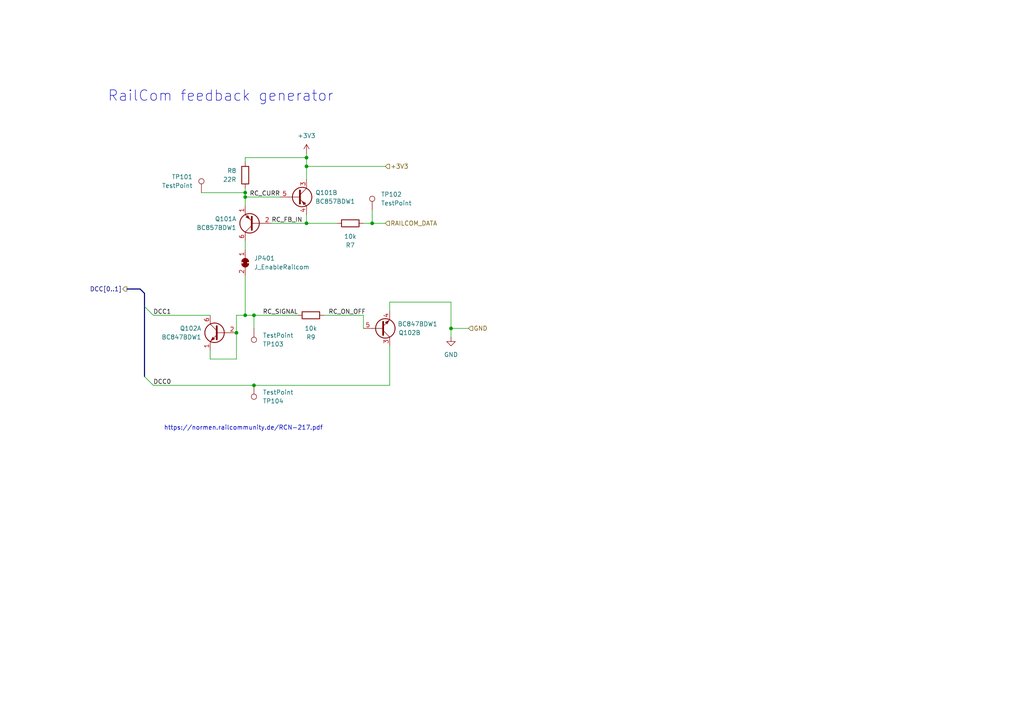
<source format=kicad_sch>
(kicad_sch (version 20231120) (generator "eeschema") (generator_version "7.99")
  (paper "A4")
  (lib_symbols
    (symbol "Connector:TestPoint" (pin_numbers hide) (pin_names (offset 0.762) hide)
      (property "Reference" "TP" (at 0 6.858 0))
      (property "Value" "TestPoint" (at 0 5.08 0))
      (symbol "TestPoint_0_1"
        (circle (center 0 3.302) (radius 0.762))
      )
      (symbol "TestPoint_1_1"
        (pin passive line (at 0 0 90) (length 2.54) (name "1") (number "1"))
      )
    )
    (symbol "Device:R" (pin_numbers hide) (pin_names (offset 0))
      (property "Reference" "R" (at 2.032 0 90))
      (property "Value" "R" (at 0 0 90))
      (symbol "R_0_1"
        (rectangle (start -1.016 -2.54) (end 1.016 2.54) (stroke (width 0.254)))
      )
      (symbol "R_1_1"
        (pin passive line (at 0 3.81 270) (length 1.27) (name "~") (number "1"))
        (pin passive line (at 0 -3.81 90) (length 1.27) (name "~") (number "2"))
      )
    )
    (symbol "Jumper:SolderJumper_2_Bridged" (pin_names (offset 0) hide)
      (property "Reference" "JP" (at 0 2.032 0))
      (property "Value" "SolderJumper_2_Bridged" (at 0 -2.54 0))
      (symbol "SolderJumper_2_Bridged_0_1"
        (rectangle (start -0.508 0.508) (end 0.508 -0.508) (fill (type outline)))
        (arc (start -0.254 1.016) (mid -1.2656 0) (end -0.254 -1.016))
        (arc (start -0.254 1.016) (mid -1.2656 0) (end -0.254 -1.016) (fill (type outline)))
        (polyline (pts (xy -0.254 1.016) (xy -0.254 -1.016)))
        (polyline (pts (xy 0.254 1.016) (xy 0.254 -1.016)))
        (arc (start 0.254 -1.016) (mid 1.2656 0) (end 0.254 1.016))
        (arc (start 0.254 -1.016) (mid 1.2656 0) (end 0.254 1.016) (fill (type outline)))
      )
      (symbol "SolderJumper_2_Bridged_1_1"
        (pin passive line (at -3.81 0 0) (length 2.54) (name "A") (number "1"))
        (pin passive line (at 3.81 0 180) (length 2.54) (name "B") (number "2"))
      )
    )
    (symbol "Transistor_BJT:BC847BDW1" (pin_names (offset 0) hide)
      (property "Reference" "Q" (at 5.08 1.27 0))
      (property "Value" "BC847BDW1" (at 5.08 -1.27 0))
      (symbol "BC847BDW1_0_1"
        (polyline (pts (xy 0.635 0) (xy -2.54 0)))
        (polyline (pts (xy 0.635 0.635) (xy 2.54 2.54)))
        (polyline (pts (xy 0.635 -0.635) (xy 2.54 -2.54) (xy 2.54 -2.54)))
        (polyline (pts (xy 0.635 1.905) (xy 0.635 -1.905) (xy 0.635 -1.905)) (stroke (width 0.508)))
        (polyline (pts (xy 1.27 -1.778) (xy 1.778 -1.27) (xy 2.286 -2.286) (xy 1.27 -1.778) (xy 1.27 -1.778)) (fill (type outline)))
        (circle (center 1.27 0) (radius 2.8194) (stroke (width 0.254)))
      )
      (symbol "BC847BDW1_1_1"
        (pin passive line (at 2.54 -5.08 90) (length 2.54) (name "E1") (number "1"))
        (pin input line (at -5.08 0 0) (length 2.54) (name "B1") (number "2"))
        (pin passive line (at 2.54 5.08 270) (length 2.54) (name "C1") (number "6"))
      )
      (symbol "BC847BDW1_2_1"
        (pin passive line (at 2.54 5.08 270) (length 2.54) (name "C2") (number "3"))
        (pin passive line (at 2.54 -5.08 90) (length 2.54) (name "E2") (number "4"))
        (pin input line (at -5.08 0 0) (length 2.54) (name "B2") (number "5"))
      )
    )
    (symbol "Transistor_BJT:BC857BDW1" (pin_names (offset 0) hide)
      (property "Reference" "Q" (at 5.08 1.27 0))
      (property "Value" "BC857BDW1" (at 5.08 -1.27 0))
      (symbol "BC857BDW1_0_1"
        (polyline (pts (xy 0.635 0) (xy -2.54 0)))
        (polyline (pts (xy 0.635 0.635) (xy 2.54 2.54)))
        (polyline (pts (xy 0.635 -0.635) (xy 2.54 -2.54) (xy 2.54 -2.54)))
        (polyline (pts (xy 0.635 1.905) (xy 0.635 -1.905) (xy 0.635 -1.905)) (stroke (width 0.508)))
        (polyline (pts (xy 2.286 -1.778) (xy 1.778 -2.286) (xy 1.27 -1.27) (xy 2.286 -1.778) (xy 2.286 -1.778)) (fill (type outline)))
        (circle (center 1.27 0) (radius 2.8194) (stroke (width 0.254)))
      )
      (symbol "BC857BDW1_1_1"
        (pin passive line (at 2.54 -5.08 90) (length 2.54) (name "E1") (number "1"))
        (pin input line (at -5.08 0 0) (length 2.54) (name "B1") (number "2"))
        (pin passive line (at 2.54 5.08 270) (length 2.54) (name "C1") (number "6"))
      )
      (symbol "BC857BDW1_2_1"
        (pin passive line (at 2.54 5.08 270) (length 2.54) (name "C2") (number "3"))
        (pin passive line (at 2.54 -5.08 90) (length 2.54) (name "E2") (number "4"))
        (pin input line (at -5.08 0 0) (length 2.54) (name "B2") (number "5"))
      )
    )
    (symbol "power:+5V" (power) (pin_names (offset 0))
      (property "Value" "+5V" (at 0 3.556 0))
      (symbol "+5V_0_1"
        (polyline (pts (xy -0.762 1.27) (xy 0 2.54)))
        (polyline (pts (xy 0 0) (xy 0 2.54)))
        (polyline (pts (xy 0 2.54) (xy 0.762 1.27)))
      )
      (symbol "+5V_1_1"
        (pin power_in line (at 0 0 90) (length 0) hide (name "+5V") (number "1"))
      )
    )
    (symbol "power:GND" (power) (pin_names (offset 0))
      (property "Value" "GND" (at 0 -3.81 0))
      (symbol "GND_0_1"
        (polyline (pts (xy 0 0) (xy 0 -1.27) (xy 1.27 -1.27) (xy 0 -2.54) (xy -1.27 -1.27) (xy 0 -1.27)))
      )
      (symbol "GND_1_1"
        (pin power_in line (at 0 0 270) (length 0) hide (name "GND") (number "1"))
      )
    )
  )
  (junction (at 71.12 91.44))
  (junction (at 130.81 95.25))
  (junction (at 88.9 45.72))
  (junction (at 73.66 91.44))
  (junction (at 107.95 64.77))
  (junction (at 73.66 111.76))
  (junction (at 88.9 64.77))
  (junction (at 68.58 96.52))
  (junction (at 71.12 55.88))
  (junction (at 88.9 48.26))
  (junction (at 71.12 57.15))
  (bus_entry (at 41.91 109.22) (size 2.54 2.54))
  (bus_entry (at 41.91 88.9) (size 2.54 2.54))
  (bus (pts (xy 41.91 88.9) (xy 41.91 109.22)))
  (wire (pts (xy 44.45 91.44) (xy 60.96 91.44)))
  (wire (pts (xy 88.9 64.77) (xy 88.9 62.23)))
  (wire (pts (xy 130.81 87.63) (xy 130.81 95.25)))
  (wire (pts (xy 130.81 95.25) (xy 130.81 97.79)))
  (wire (pts (xy 44.45 111.76) (xy 73.66 111.76)))
  (bus (pts (xy 41.91 85.09) (xy 41.91 88.9)))
  (wire (pts (xy 135.89 95.25) (xy 130.81 95.25)))
  (wire (pts (xy 68.58 91.44) (xy 68.58 96.52)))
  (wire (pts (xy 71.12 59.69) (xy 71.12 57.15)))
  (wire (pts (xy 71.12 91.44) (xy 73.66 91.44)))
  (wire (pts (xy 88.9 44.45) (xy 88.9 45.72)))
  (wire (pts (xy 73.66 111.76) (xy 113.03 111.76)))
  (wire (pts (xy 88.9 48.26) (xy 88.9 52.07)))
  (wire (pts (xy 73.66 91.44) (xy 73.66 95.25)))
  (wire (pts (xy 113.03 87.63) (xy 113.03 90.17)))
  (wire (pts (xy 71.12 69.85) (xy 71.12 72.39)))
  (wire (pts (xy 71.12 54.61) (xy 71.12 55.88)))
  (wire (pts (xy 73.66 91.44) (xy 86.36 91.44)))
  (wire (pts (xy 68.58 96.52) (xy 68.58 104.14)))
  (wire (pts (xy 107.95 60.96) (xy 107.95 64.77)))
  (wire (pts (xy 113.03 87.63) (xy 130.81 87.63)))
  (bus (pts (xy 40.64 83.82) (xy 41.91 85.09)))
  (wire (pts (xy 60.96 104.14) (xy 60.96 101.6)))
  (wire (pts (xy 93.98 91.44) (xy 105.41 91.44)))
  (wire (pts (xy 58.42 55.88) (xy 71.12 55.88)))
  (wire (pts (xy 88.9 45.72) (xy 71.12 45.72)))
  (wire (pts (xy 105.41 64.77) (xy 107.95 64.77)))
  (wire (pts (xy 88.9 48.26) (xy 111.76 48.26)))
  (wire (pts (xy 97.79 64.77) (xy 88.9 64.77)))
  (bus (pts (xy 36.83 83.82) (xy 40.64 83.82)))
  (wire (pts (xy 71.12 55.88) (xy 71.12 57.15)))
  (wire (pts (xy 71.12 57.15) (xy 81.28 57.15)))
  (wire (pts (xy 113.03 111.76) (xy 113.03 100.33)))
  (wire (pts (xy 68.58 91.44) (xy 71.12 91.44)))
  (wire (pts (xy 71.12 80.01) (xy 71.12 91.44)))
  (wire (pts (xy 78.74 64.77) (xy 88.9 64.77)))
  (wire (pts (xy 88.9 48.26) (xy 88.9 45.72)))
  (wire (pts (xy 107.95 64.77) (xy 111.76 64.77)))
  (wire (pts (xy 71.12 45.72) (xy 71.12 46.99)))
  (wire (pts (xy 68.58 104.14) (xy 60.96 104.14)))
  (wire (pts (xy 105.41 91.44) (xy 105.41 95.25)))
  (text "https://normen.railcommunity.de/RCN-217.pdf" (at 70.612 124.206 0) (effects (font (size 1.27 1.27))))
  (text "RailCom feedback generator" (at 64.008 27.94 0) (effects (font (size 3.048 3.048))))
  (label "DCC0" (at 44.45 111.76 0))
  (label "RC_CURR" (at 72.39 57.15 0))
  (label "RC_FB_IN" (at 78.74 64.77 0))
  (label "DCC1" (at 44.45 91.44 0))
  (label "RC_SIGNAL" (at 76.2 91.44 0))
  (label "RC_ON_OFF" (at 95.25 91.44 0))
  (hierarchical_label "DCC[0..1]" (shape output) (at 36.83 83.82 180))
  (hierarchical_label "+3V3" (shape input) (at 111.76 48.26 0))
  (hierarchical_label "RAILCOM_DATA" (shape input) (at 111.76 64.77 0))
  (hierarchical_label "GND" (shape input) (at 135.89 95.25 0))
  (symbol (lib_id "Connector:TestPoint") (at 107.95 60.96 0) (unit 1)
    (property "Reference" "TP102" (at 110.49 56.3879 0) (effects (justify left)))
    (property "Value" "TestPoint" (at 110.49 58.9279 0) (effects (justify left)))
    (property "Footprint" "TestPoint:TestPoint_Pad_D2.0mm" (effects (hide yes)))
    (property "Description" "test point" (effects (hide yes)))
  )
  (symbol (lib_id "Transistor_BJT:BC857BDW1") (at 86.36 57.15 0) (unit 2)
    (property "Reference" "Q101" (at 91.44 55.8799 0) (effects (justify left)))
    (property "Value" "BC857BDW1" (at 91.44 58.4199 0) (effects (justify left)))
    (property "Footprint" "Package_TO_SOT_SMD:SOT-363_SC-70-6" (effects (hide yes)))
    (property "Datasheet" "http://www.onsemi.com/pub_link/Collateral/BC856BDW1T1-D.PDF" (effects (hide yes)))
    (property "Description" "100mA IC, 45V Vce, Dual PNP/PNP Transistors, SOT-363" (effects (hide yes)))
  )
  (symbol (lib_id "Transistor_BJT:BC857BDW1") (at 73.66 64.77 180) (unit 1)
    (property "Reference" "Q101" (at 68.58 63.4999 0) (effects (justify left)))
    (property "Value" "BC857BDW1" (at 68.58 66.0399 0) (effects (justify left)))
    (property "Footprint" "Package_TO_SOT_SMD:SOT-363_SC-70-6" (effects (hide yes)))
    (property "Datasheet" "http://www.onsemi.com/pub_link/Collateral/BC856BDW1T1-D.PDF" (effects (hide yes)))
    (property "Description" "100mA IC, 45V Vce, Dual PNP/PNP Transistors, SOT-363" (effects (hide yes)))
  )
  (symbol (lib_id "power:GND") (at 130.81 97.79 0) (unit 1)
    (property "Reference" "#PWR0101" (effects (hide yes)))
    (property "Value" "GND" (at 130.81 102.87 0))
    (property "Description" "Power symbol creates a global label with name \"GND\" , ground" (effects (hide yes)))
  )
  (symbol (lib_id "Connector:TestPoint") (at 58.42 55.88 0) (mirror y) (unit 1)
    (property "Reference" "TP101" (at 55.88 51.3079 0) (effects (justify left)))
    (property "Value" "TestPoint" (at 55.88 53.8479 0) (effects (justify left)))
    (property "Footprint" "TestPoint:TestPoint_Pad_D2.0mm" (effects (hide yes)))
    (property "Description" "test point" (effects (hide yes)))
  )
  (symbol (lib_id "Transistor_BJT:BC847BDW1") (at 110.49 95.25 0) (mirror x) (unit 2)
    (property "Reference" "Q102" (at 115.57 96.5201 0) (effects (justify left)))
    (property "Value" "BC847BDW1" (at 115.316 93.98 0) (effects (justify left)))
    (property "Footprint" "Package_TO_SOT_SMD:SOT-363_SC-70-6" (effects (hide yes)))
    (property "Datasheet" "http://www.onsemi.com/pub_link/Collateral/BC846BDW1T1-D.PDF" (effects (hide yes)))
    (property "Description" "100mA IC, 45V Vce, Dual NPN/NPN Transistors, SOT-363" (effects (hide yes)))
  )
  (symbol (lib_id "Device:R") (at 101.6 64.77 90) (mirror x) (unit 1)
    (property "Reference" "R7" (at 101.6 71.12 90))
    (property "Value" "10k" (at 101.6 68.58 90))
    (property "Footprint" "Resistor_SMD:R_0805_2012Metric_Pad1.20x1.40mm_HandSolder" (effects (hide yes)))
    (property "Description" "Resistor" (effects (hide yes)))
    (property "LCSC" "C25744" (effects (hide yes)))
  )
  (symbol (lib_id "Connector:TestPoint") (at 73.66 111.76 0) (mirror x) (unit 1)
    (property "Reference" "TP104" (at 76.2 116.3321 0) (effects (justify left)))
    (property "Value" "TestPoint" (at 76.2 113.7921 0) (effects (justify left)))
    (property "Footprint" "TestPoint:TestPoint_Pad_D2.0mm" (effects (hide yes)))
    (property "Description" "test point" (effects (hide yes)))
  )
  (symbol (lib_id "Connector:TestPoint") (at 73.66 95.25 0) (mirror x) (unit 1)
    (property "Reference" "TP103" (at 76.2 99.8221 0) (effects (justify left)))
    (property "Value" "TestPoint" (at 76.2 97.2821 0) (effects (justify left)))
    (property "Footprint" "TestPoint:TestPoint_Pad_D2.0mm" (effects (hide yes)))
    (property "Description" "test point" (effects (hide yes)))
  )
  (symbol (lib_id "power:+5V") (at 88.9 44.45 0) (unit 1)
    (property "Reference" "#PWR04" (effects (hide yes)))
    (property "Value" "+3V3" (at 88.9 39.37 0))
    (property "Description" "Power symbol creates a global label with name \"+5V\"" (effects (hide yes)))
  )
  (symbol (lib_id "Device:R") (at 71.12 50.8 0) (mirror x) (unit 1)
    (property "Reference" "R8" (at 68.58 49.53 0) (effects (justify right)))
    (property "Value" "22R" (at 68.58 52.07 0) (effects (justify right)))
    (property "Footprint" "Resistor_SMD:R_0603_1608Metric_Pad0.98x0.95mm_HandSolder" (effects (hide yes)))
    (property "Description" "Resistor" (effects (hide yes)))
    (property "LCSC" "C22950" (effects (hide yes)))
  )
  (symbol (lib_id "Jumper:SolderJumper_2_Bridged") (at 71.12 76.2 270) (unit 1)
    (property "Reference" "JP401" (at 73.66 74.9299 90) (effects (justify left)))
    (property "Value" "J_EnableRailcom" (at 73.66 77.4699 90) (effects (justify left)))
    (property "Footprint" "Jumper:SolderJumper-2_P1.3mm_Bridged_RoundedPad1.0x1.5mm" (effects (hide yes)))
    (property "Description" "Solder Jumper, 2-pole, closed/bridged" (effects (hide yes)))
  )
  (symbol (lib_id "Device:R") (at 90.17 91.44 90) (mirror x) (unit 1)
    (property "Reference" "R9" (at 90.17 97.79 90))
    (property "Value" "10k" (at 90.17 95.25 90))
    (property "Footprint" "Resistor_SMD:R_0805_2012Metric_Pad1.20x1.40mm_HandSolder" (effects (hide yes)))
    (property "Description" "Resistor" (effects (hide yes)))
    (property "LCSC" "C25744" (effects (hide yes)))
  )
  (symbol (lib_id "Transistor_BJT:BC847BDW1") (at 63.5 96.52 0) (mirror y) (unit 1)
    (property "Reference" "Q102" (at 58.42 95.2499 0) (effects (justify left)))
    (property "Value" "BC847BDW1" (at 58.42 97.7899 0) (effects (justify left)))
    (property "Footprint" "Package_TO_SOT_SMD:SOT-363_SC-70-6" (effects (hide yes)))
    (property "Datasheet" "http://www.onsemi.com/pub_link/Collateral/BC846BDW1T1-D.PDF" (effects (hide yes)))
    (property "Description" "100mA IC, 45V Vce, Dual NPN/NPN Transistors, SOT-363" (effects (hide yes)))
  )
)
</source>
